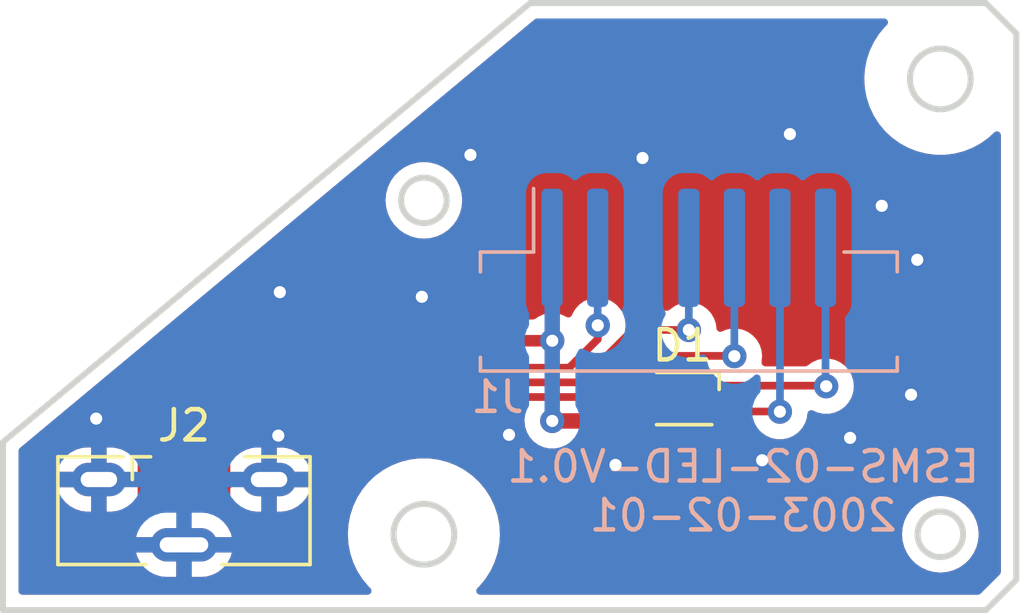
<source format=kicad_pcb>
(kicad_pcb (version 20221018) (generator pcbnew)
  (title_block (title "ESMS-2-Led") (date "2003-02-01") (rev "V0.1") (company "Ovobot") (comment 1 "ESMS-2-Led副板，V0.1，33.4x20x1.6mm ，FR4，2层，绿油白字，无铅喷锡"))
  (layers (0 "F.Cu" signal) (31 "B.Cu" signal) (34 "B.Paste" user) (35 "F.Paste" user) (36 "B.SilkS" user "B.Silkscreen") (37 "F.SilkS" user "F.Silkscreen") (38 "B.Mask" user) (39 "F.Mask" user) (44 "Edge.Cuts" user))
  (net 0 "")
  (net 1 "+3V3")
  (net 2 "/RED")
  (net 3 "/BLUE")
  (net 4 "/UART2_RX")
  (net 5 "/SWCLK")
  (net 6 "GND")
  (net 7 "/SWDIO")
  (footprint "Ovo_LED_SMD:LED_Dual_1.6x1.5mm" (layer "F.Cu") (at 148.7278 97.312)
    (fp_text reference "D1" (at -0.0662 -1.7458 unlocked) (layer "F.SilkS"))
    (fp_text value "LED_Dual_Red_Blue_AKAK")
    (fp_line (start -0.91 -0.86) (end 1.15 -0.86) (stroke (width 0.12)) (layer "F.SilkS"))
    (fp_line (start -0.91 0.86) (end 0.91 0.86) (stroke (width 0.12)) (layer "F.SilkS"))
    (fp_line (start 1.15 -0.86) (end 1.15 -0.3) (stroke (width 0.12)) (layer "F.SilkS"))
    (pad "1" smd rect (at -0.625 0.425) (size 0.8 0.65) (layers "F.Cu" "F.Paste" "F.Mask") (net 1 "+3V3"))
    (pad "2" smd rect (at 0.625 0.425) (size 0.8 0.65) (layers "F.Cu" "F.Paste" "F.Mask") (net 2 "/RED"))
    (pad "3" smd rect (at -0.625 -0.425) (size 0.8 0.65) (layers "F.Cu" "F.Paste" "F.Mask") (net 1 "+3V3"))
    (pad "4" smd rect (at 0.625 -0.425) (size 0.8 0.65) (layers "F.Cu" "F.Paste" "F.Mask") (net 3 "/BLUE"))
  )
  (footprint "Connector_USB:USB_Micro-B_Molex-105133-0001" (layer "F.Cu") (at 132.2626 101.054)
    (fp_text reference "J2" (at 0 -2.85) (layer "F.SilkS"))
    (fp_text value "1051330001")
    (fp_line (start -4.15 -1.825) (end -4.15 1.725) (stroke (width 0.12)) (layer "F.SilkS"))
    (fp_line (start -4.15 1.725) (end -1.25 1.725) (stroke (width 0.12)) (layer "F.SilkS"))
    (fp_line (start -2 -1.825) (end -4.15 -1.825) (stroke (width 0.12)) (layer "F.SilkS"))
    (fp_line (start -1.7 -1.825) (end -1.1 -1.825) (stroke (width 0.12)) (layer "F.SilkS"))
    (fp_line (start -1.7 -1.075) (end -1.7 -1.825) (stroke (width 0.12)) (layer "F.SilkS"))
    (fp_line (start 2 -1.825) (end 4.15 -1.825) (stroke (width 0.12)) (layer "F.SilkS"))
    (fp_line (start 4.15 -1.825) (end 4.15 1.725) (stroke (width 0.12)) (layer "F.SilkS"))
    (fp_line (start 4.15 1.725) (end 1.25 1.725) (stroke (width 0.12)) (layer "F.SilkS"))
    (pad "1" smd rect (at -1.3 -0.825) (size 0.45 1.5) (layers "F.Cu" "F.Paste" "F.Mask") (net 1 "+3V3"))
    (pad "2" smd rect (at -0.65 -0.825) (size 0.45 1.5) (layers "F.Cu" "F.Paste" "F.Mask") (net 7 "/SWDIO"))
    (pad "3" smd rect (at 0 -0.825) (size 0.45 1.5) (layers "F.Cu" "F.Paste" "F.Mask") (net 5 "/SWCLK"))
    (pad "4" smd rect (at 0.65 -0.825) (size 0.45 1.5) (layers "F.Cu" "F.Paste" "F.Mask") (net 4 "/UART2_RX"))
    (pad "5" smd rect (at 1.3 -0.825) (size 0.45 1.5) (layers "F.Cu" "F.Paste" "F.Mask") (net 6 "GND"))
    (pad "6" thru_hole oval (at -2.8 -1.075) (size 1.8 1.1) (drill oval 1.2 0.5) (layers "*.Cu" "*.Mask") (net 6 "GND"))
    (pad "6" thru_hole oval (at 0 1.075) (size 2.2 1.1) (drill oval 1.6 0.5) (layers "*.Cu" "*.Mask") (net 6 "GND"))
    (pad "6" thru_hole oval (at 2.8 -1.075) (size 1.8 1.1) (drill oval 1.2 0.5) (layers "*.Cu" "*.Mask") (net 6 "GND"))
  )
  (footprint "Ovo_Connector_JST:JST_ZH_B7B-ZR-SM4-TF_1x07-1MP_P1.50mm_Vertical" (layer "B.Cu") (at 148.8802 93.0448)
    (fp_text reference "J1" (at -6.2992 4.2164) (layer "B.SilkS") (effects (justify mirror)))
    (fp_text value "ZH1.5MM/7ASMD")
    (fp_line (start -6.86 -0.56) (end -5.11 -0.56) (stroke (width 0.12)) (layer "B.SilkS"))
    (fp_line (start -6.86 0.09) (end -6.86 -0.56) (stroke (width 0.12)) (layer "B.SilkS"))
    (fp_line (start -6.86 2.91) (end -6.86 3.36) (stroke (width 0.12)) (layer "B.SilkS"))
    (fp_line (start -6.86 3.36) (end 6.86 3.36) (stroke (width 0.12)) (layer "B.SilkS"))
    (fp_line (start -5.11 -0.56) (end -5.11 -2.65) (stroke (width 0.12)) (layer "B.SilkS"))
    (fp_line (start 6.86 -0.56) (end 5.11 -0.56) (stroke (width 0.12)) (layer "B.SilkS"))
    (fp_line (start 6.86 0.09) (end 6.86 -0.56) (stroke (width 0.12)) (layer "B.SilkS"))
    (fp_line (start 6.86 3.36) (end 6.86 2.91) (stroke (width 0.12)) (layer "B.SilkS"))
    (pad "1" smd roundrect (at -4.5 -0.7) (size 0.7 3.9) (layers "B.Cu" "B.Paste" "B.Mask") (net 1 "+3V3"))
    (pad "2" smd roundrect (at -3 -0.7) (size 0.7 3.9) (layers "B.Cu" "B.Paste" "B.Mask") (net 7 "/SWDIO"))
    (pad "3" smd roundrect (at -1.5 -0.7) (size 0.7 3.9) (layers "B.Cu" "B.Paste" "B.Mask") (net 6 "GND"))
    (pad "4" smd roundrect (at 0 -0.7) (size 0.7 3.9) (layers "B.Cu" "B.Paste" "B.Mask") (net 5 "/SWCLK"))
    (pad "5" smd roundrect (at 1.5 -0.7) (size 0.7 3.9) (layers "B.Cu" "B.Paste" "B.Mask") (net 4 "/UART2_RX"))
    (pad "6" smd roundrect (at 3 -0.7) (size 0.7 3.9) (layers "B.Cu" "B.Paste" "B.Mask") (net 2 "/RED"))
    (pad "7" smd roundrect (at 4.5 -0.7) (size 0.7 3.9) (layers "B.Cu" "B.Paste" "B.Mask") (net 3 "/BLUE"))
    (pad "MP" smd roundrect (at -6.55 1.5) (size 1.5 2.3) (layers "B.Cu" "B.Paste" "B.Mask") (roundrect_rratio 0.1666673333) (net 6 "GND"))
    (pad "MP" smd roundrect (at 6.55 1.5) (size 1.5 2.3) (layers "B.Cu" "B.Paste" "B.Mask") (roundrect_rratio 0.1666673333) (net 6 "GND"))
  )
  (gr_line (start 126.306911 98.742041) (end 126.306911 104.2818) (stroke (width 0.2)) (layer "Edge.Cuts"))
  (gr_line (start 158.6592 84.2818) (end 143.6592 84.2818) (stroke (width 0.2)) (layer "Edge.Cuts"))
  (gr_circle (center 140.1592 101.7818) (end 141.1592 101.7818) (stroke (width 0.2)) (fill none) (layer "Edge.Cuts"))
  (gr_circle (center 157.1592 101.7818) (end 157.9092 101.7818) (stroke (width 0.2)) (fill none) (layer "Edge.Cuts"))
  (gr_line (start 159.6592 103.2818) (end 158.6592 104.2818) (stroke (width 0.2)) (layer "Edge.Cuts"))
  (gr_circle (center 157.1592 86.7818) (end 158.1592 86.7818) (stroke (width 0.2)) (fill none) (layer "Edge.Cuts"))
  (gr_circle (center 140.1592 90.7818) (end 140.9092 90.7818) (stroke (width 0.2)) (fill none) (layer "Edge.Cuts"))
  (gr_line (start 158.6592 84.2818) (end 159.6592 85.2818) (stroke (width 0.2)) (layer "Edge.Cuts"))
  (gr_line (start 143.6592 84.2818) (end 126.306911 98.742041) (stroke (width 0.2)) (layer "Edge.Cuts"))
  (gr_line (start 126.306911 104.2818) (end 158.6592 104.2818) (stroke (width 0.2)) (layer "Edge.Cuts"))
  (gr_line (start 159.6592 103.2818) (end 159.6592 85.2818) (stroke (width 0.2)) (layer "Edge.Cuts"))
  (gr_text "ESMS-02-LED-${REVISION}\n${ISSUE_DATE}\n" (at 150.673 100.361) (layer "B.SilkS") (effects (font (size 1 1)) (justify mirror)))
  (segment (start 148.1028 96.887) (end 148.1028 97.737) (width 0.508) (layer "F.Cu") (net 1))
  (segment (start 130.9626 98.5418) (end 134.0974 95.407) (width 0.381) (layer "F.Cu") (net 1))
  (segment (start 134.0974 95.407) (end 144.3844 95.407) (width 0.381) (layer "F.Cu") (net 1))
  (segment (start 148.1028 96.887) (end 146.9938 96.887) (width 0.508) (layer "F.Cu") (net 1))
  (segment (start 130.9626 100.229) (end 130.9626 98.5418) (width 0.381) (layer "F.Cu") (net 1))
  (segment (start 145.8322 98.0486) (end 144.3844 98.0486) (width 0.508) (layer "F.Cu") (net 1))
  (segment (start 146.9938 96.887) (end 145.8322 98.0486) (width 0.508) (layer "F.Cu") (net 1))
  (via (at 144.3844 98.0486) (size 0.8) (drill 0.4) (layers "F.Cu" "B.Cu") (net 1))
  (via (at 144.3844 95.407) (size 0.8) (drill 0.4) (layers "F.Cu" "B.Cu") (net 1))
  (segment (start 144.3844 98.0486) (end 144.3844 95.407) (width 0.508) (layer "B.Cu") (net 1))
  (segment (start 144.3844 95.407) (end 144.3844 92.349) (width 0.508) (layer "B.Cu") (net 1))
  (segment (start 144.3844 92.349) (end 144.3802 92.3448) (width 0.508) (layer "B.Cu") (net 1))
  (segment (start 151.8706 97.737) (end 151.8774 97.7438) (width 0.254) (layer "F.Cu") (net 2))
  (segment (start 149.3528 97.737) (end 151.8706 97.737) (width 0.254) (layer "F.Cu") (net 2))
  (via (at 151.8774 97.7438) (size 0.8) (drill 0.4) (layers "F.Cu" "B.Cu") (net 2))
  (segment (start 151.8802 97.741) (end 151.8802 92.3448) (width 0.254) (layer "B.Cu") (net 2))
  (segment (start 151.8774 97.7438) (end 151.8802 97.741) (width 0.254) (layer "B.Cu") (net 2))
  (segment (start 153.3828 96.887) (end 153.4014 96.9056) (width 0.254) (layer "F.Cu") (net 3))
  (segment (start 149.3528 96.887) (end 153.3828 96.887) (width 0.254) (layer "F.Cu") (net 3))
  (via (at 153.4014 96.9056) (size 0.8) (drill 0.4) (layers "F.Cu" "B.Cu") (net 3))
  (segment (start 153.4014 96.9056) (end 153.3802 96.8844) (width 0.254) (layer "B.Cu") (net 3))
  (segment (start 153.3802 96.8844) (end 153.3802 92.3448) (width 0.254) (layer "B.Cu") (net 3))
  (segment (start 134.6816 97.2612) (end 145.6036 97.2612) (width 0.254) (layer "F.Cu") (net 4))
  (segment (start 132.9126 99.0302) (end 134.6816 97.2612) (width 0.254) (layer "F.Cu") (net 4))
  (segment (start 132.9126 100.229) (end 132.9126 99.0302) (width 0.254) (layer "F.Cu") (net 4))
  (segment (start 150.368711 95.904911) (end 150.3788 95.915) (width 0.254) (layer "F.Cu") (net 4))
  (segment (start 145.6036 97.2612) (end 146.959889 95.904911) (width 0.254) (layer "F.Cu") (net 4))
  (segment (start 146.959889 95.904911) (end 150.368711 95.904911) (width 0.254) (layer "F.Cu") (net 4))
  (via (at 150.3788 95.915) (size 0.8) (drill 0.4) (layers "F.Cu" "B.Cu") (net 4))
  (segment (start 150.3788 95.915) (end 150.3788 92.3462) (width 0.254) (layer "B.Cu") (net 4))
  (segment (start 150.3788 92.3462) (end 150.3802 92.3448) (width 0.254) (layer "B.Cu") (net 4))
  (segment (start 132.2626 98.8674) (end 132.2626 100.229) (width 0.254) (layer "F.Cu") (net 5))
  (segment (start 145.310243 96.7786) (end 134.3514 96.7786) (width 0.254) (layer "F.Cu") (net 5))
  (segment (start 134.3514 96.7786) (end 132.2626 98.8674) (width 0.254) (layer "F.Cu") (net 5))
  (segment (start 148.8802 95.0514) (end 147.037443 95.0514) (width 0.254) (layer "F.Cu") (net 5))
  (segment (start 147.037443 95.0514) (end 145.310243 96.7786) (width 0.254) (layer "F.Cu") (net 5))
  (via (at 148.8802 95.0514) (size 0.8) (drill 0.4) (layers "F.Cu" "B.Cu") (net 5))
  (segment (start 148.8802 95.0514) (end 148.8802 92.3448) (width 0.254) (layer "B.Cu") (net 5))
  (segment (start 133.5626 100.229) (end 133.8126 99.979) (width 0.381) (layer "F.Cu") (net 6))
  (segment (start 133.8126 99.979) (end 135.0626 99.979) (width 0.381) (layer "F.Cu") (net 6))
  (via (at 146.4672 99.4964) (size 0.8) (drill 0.4) (layers "F.Cu" "B.Cu") (net 6))
  (via (at 154.1888 98.6074) (size 0.8) (drill 0.4) (layers "F.Cu" "B.Cu") (net 6))
  (via (at 156.3986 92.74) (size 0.8) (drill 0.4) (layers "F.Cu" "B.Cu") (net 6))
  (via (at 141.692 89.2856) (size 0.8) (drill 0.4) (layers "F.Cu" "B.Cu") (net 6))
  (via (at 155.2302 90.962) (size 0.8) (drill 0.4) (layers "F.Cu" "B.Cu") (net 6))
  (via (at 156.1954 97.185) (size 0.8) (drill 0.4) (layers "F.Cu" "B.Cu") (net 6))
  (via (at 151.2932 99.344) (size 0.8) (drill 0.4) (layers "F.Cu" "B.Cu") (net 6))
  (via (at 142.962 98.5058) (size 0.8) (drill 0.4) (layers "F.Cu" "B.Cu") (net 6))
  (via (at 140.0918 93.9592) (size 0.8) (drill 0.4) (layers "F.Cu" "B.Cu") (net 6))
  (via (at 135.4182 93.8068) (size 0.8) (drill 0.4) (layers "F.Cu" "B.Cu") (net 6))
  (via (at 129.373 97.9724) (size 0.8) (drill 0.4) (layers "F.Cu" "B.Cu") (net 6))
  (via (at 152.2076 88.5998) (size 0.8) (drill 0.4) (layers "F.Cu" "B.Cu") (net 6))
  (via (at 147.3562 89.3872) (size 0.8) (drill 0.4) (layers "F.Cu" "B.Cu") (net 6))
  (via (at 135.3674 98.5312) (size 0.8) (drill 0.4) (layers "F.Cu" "B.Cu") (net 6))
  (segment (start 131.6126 98.73) (end 131.6126 100.229) (width 0.254) (layer "F.Cu") (net 7))
  (segment (start 145.883 94.899) (end 145.883 95.3562) (width 0.254) (layer "F.Cu") (net 7))
  (segment (start 145.883 95.3562) (end 144.9432 96.296) (width 0.254) (layer "F.Cu") (net 7))
  (segment (start 134.0466 96.296) (end 131.6126 98.73) (width 0.254) (layer "F.Cu") (net 7))
  (segment (start 144.9432 96.296) (end 134.0466 96.296) (width 0.254) (layer "F.Cu") (net 7))
  (via (at 145.883 94.899) (size 0.8) (drill 0.4) (layers "F.Cu" "B.Cu") (net 7))
  (segment (start 145.883 94.899) (end 145.8802 94.8962) (width 0.254) (layer "B.Cu") (net 7))
  (segment (start 145.8802 94.8962) (end 145.8802 92.3448) (width 0.254) (layer "B.Cu") (net 7))
  (zone (net 0) (net_name "") (layers "F&B.Cu") (connect_pads (clearance 0)) (min_thickness 0.254)
    (keepout (tracks not_allowed) (vias not_allowed) (pads not_allowed) (copperpour not_allowed) (footprints not_allowed))
    (fill (thermal_gap 0.508) (thermal_bridge_width 0.508))
    (polygon (pts (xy 159.664143 86.7818) (xy 159.644391 86.467847) (xy 159.585446 86.158846) (xy 159.488237 85.859669) (xy 159.354298 85.575035) (xy 159.185741 85.309431) (xy 158.985225 85.067049) (xy 158.755911 84.851708) (xy 158.501416 84.666807) (xy 158.225753 84.51526) (xy 157.93327 84.399458) (xy 157.62858 84.321226) (xy 157.316487 84.2818) (xy 157.001913 84.2818) (xy 156.68982 84.321226) (xy 156.38513 84.399458) (xy 156.092647 84.51526) (xy 155.816984 84.666807) (xy 155.562489 84.851708) (xy 155.333175 85.067049) (xy 155.132659 85.309431) (xy 154.964102 85.575035) (xy 154.830163 85.859669) (xy 154.732954 86.158846) (xy 154.674009 86.467847) (xy 154.654257 86.7818) (xy 154.674009 87.095753) (xy 154.732954 87.404754) (xy 154.830163 87.703931) (xy 154.964102 87.988565) (xy 155.132659 88.254169) (xy 155.333175 88.496551) (xy 155.562489 88.711892) (xy 155.816984 88.896793) (xy 156.092647 89.04834) (xy 156.38513 89.164142) (xy 156.68982 89.242374) (xy 157.001913 89.2818) (xy 157.316487 89.2818) (xy 157.62858 89.242374) (xy 157.93327 89.164142) (xy 158.225753 89.04834) (xy 158.501416 88.896793) (xy 158.755911 88.711892) (xy 158.985225 88.496551) (xy 159.185741 88.254169) (xy 159.354298 87.988565) (xy 159.488237 87.703931) (xy 159.585446 87.404754) (xy 159.644391 87.095753)))
  )
  (zone (net 6) (net_name "GND") (layers "F&B.Cu") (connect_pads thru_hole_only (clearance 0.508)) (min_thickness 0.254) (fill yes (thermal_gap 0.508) (thermal_bridge_width 0.508))
    (polygon (pts (xy 159.6498 104.297) (xy 126.325 104.297) (xy 126.325 84.2818) (xy 159.6498 84.2818)))
  )
  (zone (net 0) (net_name "") (layers "F&B.Cu") (connect_pads (clearance 0)) (min_thickness 0.254)
    (keepout (tracks not_allowed) (vias not_allowed) (pads not_allowed) (copperpour not_allowed) (footprints not_allowed))
    (fill (thermal_gap 0.508) (thermal_bridge_width 0.508))
    (polygon (pts (xy 142.664143 101.7818) (xy 142.644391 101.467847) (xy 142.585446 101.158846) (xy 142.488237 100.859669) (xy 142.354298 100.575035) (xy 142.185741 100.309431) (xy 141.985225 100.067049) (xy 141.755911 99.851708) (xy 141.501416 99.666807) (xy 141.225753 99.51526) (xy 140.93327 99.399458) (xy 140.62858 99.321226) (xy 140.316487 99.2818) (xy 140.001913 99.2818) (xy 139.68982 99.321226) (xy 139.38513 99.399458) (xy 139.092647 99.51526) (xy 138.816984 99.666807) (xy 138.562489 99.851708) (xy 138.333175 100.067049) (xy 138.132659 100.309431) (xy 137.964102 100.575035) (xy 137.830163 100.859669) (xy 137.732954 101.158846) (xy 137.674009 101.467847) (xy 137.654257 101.7818) (xy 137.674009 102.095753) (xy 137.732954 102.404754) (xy 137.830163 102.703931) (xy 137.964102 102.988565) (xy 138.132659 103.254169) (xy 138.333175 103.496551) (xy 138.562489 103.711892) (xy 138.816984 103.896793) (xy 139.092647 104.04834) (xy 139.38513 104.164142) (xy 139.68982 104.242374) (xy 140.001913 104.2818) (xy 140.316487 104.2818) (xy 140.62858 104.242374) (xy 140.93327 104.164142) (xy 141.225753 104.04834) (xy 141.501416 103.896793) (xy 141.755911 103.711892) (xy 141.985225 103.496551) (xy 142.185741 103.254169) (xy 142.354298 102.988565) (xy 142.488237 102.703931) (xy 142.585446 102.404754) (xy 142.644391 102.095753)))
  )
)
</source>
